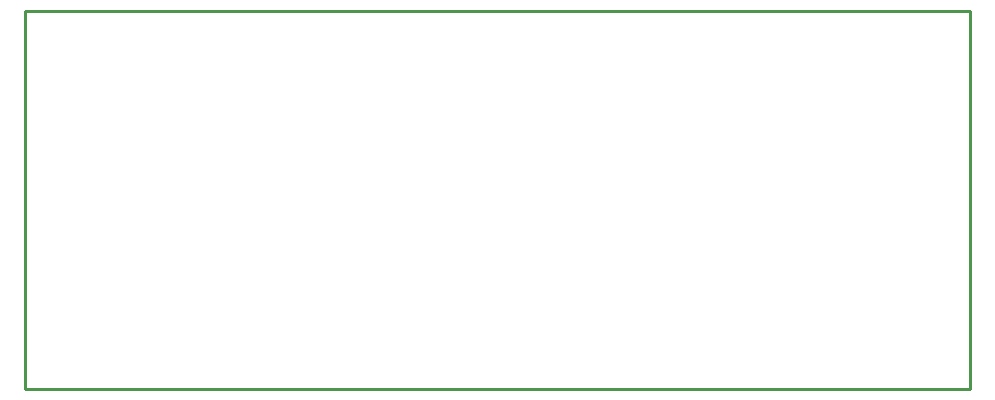
<source format=gko>
G04 Layer: BoardOutlineLayer*
G04 EasyEDA v6.5.5, 2022-07-08 19:06:44*
G04 04dbce6b86ab4aa5bbd08ae1767c2fe9,0a780afeddf54f0185a1b1f5ac8a31da,10*
G04 Gerber Generator version 0.2*
G04 Scale: 100 percent, Rotated: No, Reflected: No *
G04 Dimensions in millimeters *
G04 leading zeros omitted , absolute positions ,4 integer and 5 decimal *
%FSLAX45Y45*%
%MOMM*%

%ADD10C,0.2540*%
D10*
X0Y0D02*
G01*
X7999984Y0D01*
X7999984Y-3199993D01*
X0Y-3199993D01*
X0Y0D01*

%LPD*%
M02*

</source>
